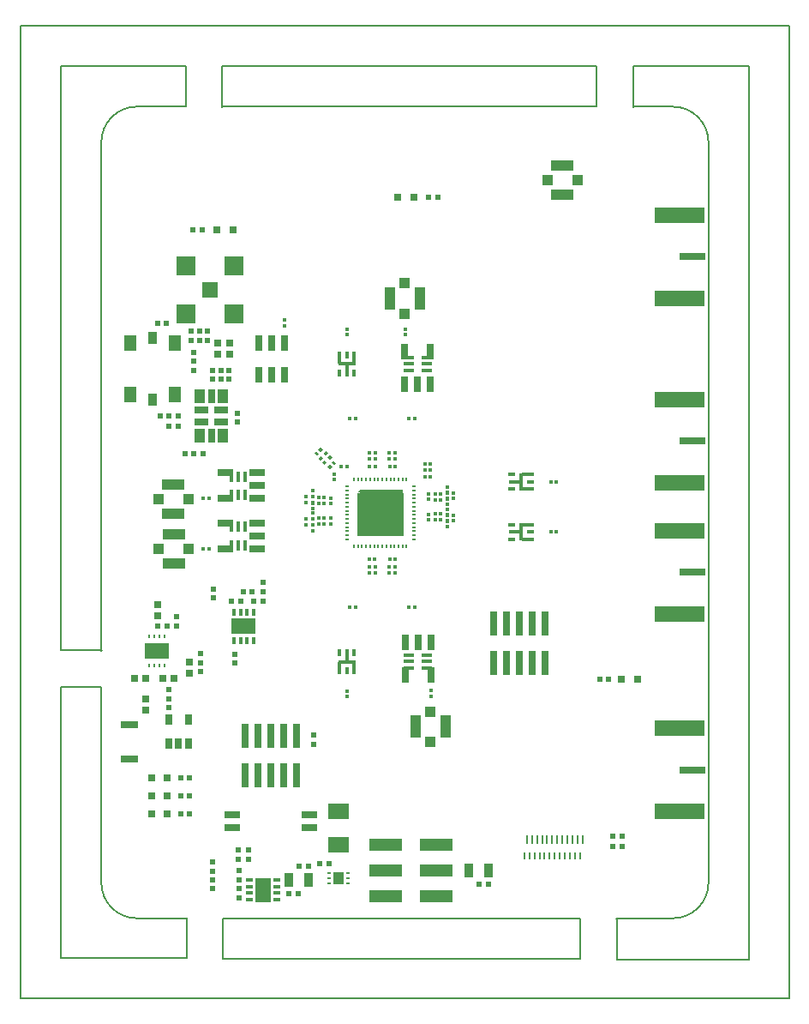
<source format=gtp>
G04 #@! TF.FileFunction,Paste,Top*
%FSLAX46Y46*%
G04 Gerber Fmt 4.6, Leading zero omitted, Abs format (unit mm)*
G04 Created by KiCad (PCBNEW 4.0.7-e2-6376~61~ubuntu18.04.1) date Mon Jul 28 12:50:59 2025*
%MOMM*%
%LPD*%
G01*
G04 APERTURE LIST*
%ADD10C,0.150000*%
%ADD11C,0.200000*%
%ADD12R,0.270000X0.900000*%
%ADD13R,0.270000X0.800000*%
%ADD14R,0.740000X2.400000*%
%ADD15R,1.910000X1.910000*%
%ADD16R,1.520000X1.520000*%
%ADD17R,2.200000X1.000000*%
%ADD18R,1.000000X1.000000*%
%ADD19R,1.000000X1.350000*%
%ADD20R,0.700000X1.350000*%
%ADD21R,1.350000X0.700000*%
%ADD22R,0.495300X0.495300*%
%ADD23R,0.797560X0.797560*%
%ADD24R,0.899160X1.399540*%
%ADD25R,3.200400X1.270000*%
%ADD26R,0.700000X1.000000*%
%ADD27R,0.797560X0.698500*%
%ADD28R,0.698500X0.797560*%
%ADD29C,0.150000*%
%ADD30R,0.150000X0.300000*%
%ADD31R,2.340000X1.500000*%
%ADD32R,0.330000X0.260000*%
%ADD33R,1.050000X1.200000*%
%ADD34R,2.032000X1.524000*%
%ADD35R,1.600000X2.350000*%
%ADD36R,0.650000X0.300000*%
%ADD37R,2.350000X1.600000*%
%ADD38R,0.300000X0.650000*%
%ADD39R,1.198880X1.501140*%
%ADD40R,0.900000X1.200000*%
%ADD41R,1.700000X0.800000*%
%ADD42R,1.501140X0.759460*%
%ADD43R,1.000000X2.200000*%
%ADD44R,5.000000X1.496060*%
%ADD45R,2.500000X0.698500*%
%ADD46R,0.300000X0.350000*%
%ADD47R,0.350000X0.300000*%
%ADD48O,0.400000X0.200000*%
%ADD49R,0.200000X0.200000*%
%ADD50O,0.200000X0.400000*%
%ADD51R,4.600000X4.300000*%
%ADD52R,4.300000X0.300000*%
%ADD53R,0.760000X1.650000*%
%ADD54R,1.780000X0.410000*%
%ADD55R,0.360000X0.710000*%
%ADD56R,0.360000X1.270000*%
%ADD57R,1.000000X0.350000*%
%ADD58R,0.759460X1.648460*%
%ADD59R,0.410000X1.780000*%
%ADD60R,0.710000X0.360000*%
%ADD61R,1.270000X0.360000*%
%ADD62R,0.350000X1.000000*%
%ADD63R,1.648460X0.759460*%
G04 APERTURE END LIST*
D10*
D11*
X103057960Y-146451320D02*
X103080820Y-146451320D01*
X103057960Y-50419000D02*
X103057960Y-146451320D01*
X103060500Y-50416460D02*
X103060500Y-50449480D01*
X178968400Y-50416460D02*
X103060500Y-50416460D01*
X178968400Y-50464720D02*
X178968400Y-50416460D01*
X178968400Y-146451320D02*
X178968400Y-50464720D01*
X103060500Y-146451320D02*
X178968400Y-146451320D01*
X174990760Y-59098180D02*
X175021240Y-59098180D01*
X174980600Y-135610600D02*
X175011080Y-135610600D01*
X109440980Y-146453860D02*
X109440980Y-146423380D01*
X103024940Y-135171180D02*
X103055420Y-135171180D01*
X103035100Y-58658760D02*
X103065580Y-58658760D01*
X173918880Y-50416460D02*
X173918880Y-50446940D01*
X112339120Y-50391060D02*
X112339120Y-50421540D01*
X107020360Y-115686840D02*
X107015280Y-115686840D01*
X107020360Y-142471140D02*
X107020360Y-115686840D01*
X119473980Y-142471140D02*
X107020360Y-142471140D01*
X107015280Y-115686840D02*
X107015280Y-142311120D01*
X107035600Y-112087660D02*
X107027980Y-112087660D01*
X107035600Y-54394100D02*
X107035600Y-112087660D01*
X119402860Y-54394100D02*
X107035600Y-54394100D01*
X122989340Y-54394100D02*
X122989340Y-54424580D01*
X159984440Y-54394100D02*
X122989340Y-54394100D01*
X163581080Y-54416960D02*
X163581080Y-54432200D01*
X174983140Y-54416960D02*
X163581080Y-54416960D01*
X174983140Y-142575280D02*
X174983140Y-54416960D01*
X174983140Y-142580360D02*
X161945320Y-142580360D01*
X174983140Y-134713980D02*
X174983140Y-142580360D01*
X123068080Y-142476220D02*
X123068080Y-142483840D01*
X158335980Y-142519400D02*
X123070620Y-142519400D01*
X161932620Y-138523980D02*
X161932620Y-138529060D01*
X167510460Y-138523980D02*
X161932620Y-138523980D01*
X122994420Y-58392060D02*
X122994420Y-58397140D01*
X159989520Y-58392060D02*
X122994420Y-58392060D01*
X163586160Y-58402220D02*
X163586160Y-58392060D01*
X167497760Y-58402220D02*
X163586160Y-58402220D01*
X119402860Y-58397140D02*
X114523520Y-58397140D01*
X119473980Y-138523980D02*
X119473980Y-138526520D01*
X114551460Y-138523980D02*
X119473980Y-138523980D01*
X161948640Y-142583520D02*
X161948640Y-138583520D01*
X158334220Y-142517480D02*
X158334220Y-138517480D01*
X158335980Y-138529060D02*
X137594340Y-138529060D01*
X161935160Y-138526520D02*
X161935160Y-138529060D01*
X159985220Y-58395220D02*
X159985220Y-54395220D01*
X163581860Y-58423160D02*
X163581860Y-54423160D01*
X163583620Y-58394600D02*
X163583620Y-58392060D01*
X123070620Y-138521440D02*
X123070620Y-138523980D01*
X151724360Y-138521440D02*
X123070620Y-138521440D01*
X111031020Y-115684300D02*
X111036100Y-115684300D01*
X111031020Y-135016240D02*
X111031020Y-115684300D01*
X111033560Y-112097820D02*
X111036100Y-112097820D01*
X111033560Y-61899800D02*
X111033560Y-112097820D01*
X122996960Y-58399680D02*
X122996960Y-58397140D01*
X111055770Y-112088150D02*
X107055770Y-112088150D01*
X111010050Y-115687330D02*
X107010050Y-115687330D01*
X119469680Y-142471760D02*
X119469680Y-138471760D01*
X123068860Y-142517480D02*
X123068860Y-138517480D01*
X122990120Y-58413000D02*
X122990120Y-54413000D01*
X119398560Y-58400300D02*
X119398560Y-54400300D01*
X111031830Y-135023010D02*
G75*
G03X114534130Y-138520710I3500000J2300D01*
G01*
X167515960Y-138521900D02*
G75*
G03X171013660Y-135019600I-2300J3500000D01*
G01*
X114530720Y-58399220D02*
G75*
G03X111033020Y-61901520I2300J-3500000D01*
G01*
X171011040Y-61899380D02*
G75*
G03X167508740Y-58401680I-3500000J-2300D01*
G01*
X171013120Y-61905020D02*
X171013120Y-135000000D01*
D12*
X153075000Y-130800000D03*
D13*
X158325000Y-132400000D03*
D12*
X153575000Y-130800000D03*
X154075000Y-130800000D03*
X154575000Y-130800000D03*
X155075000Y-130800000D03*
X155575000Y-130800000D03*
X156075000Y-130800000D03*
X156575000Y-130800000D03*
X157075000Y-130800000D03*
X157575000Y-130800000D03*
X158075000Y-130800000D03*
X158575000Y-130800000D03*
D13*
X157825000Y-132400000D03*
X157325000Y-132400000D03*
X156825000Y-132400000D03*
X156325000Y-132400000D03*
X155825000Y-132400000D03*
X155325000Y-132400000D03*
X154825000Y-132400000D03*
X154325000Y-132400000D03*
X153825000Y-132400000D03*
X153325000Y-132400000D03*
X152825000Y-132400000D03*
D14*
X130324860Y-120500860D03*
X130324860Y-124400860D03*
X129054860Y-120500860D03*
X129054860Y-124400860D03*
X127784860Y-120500860D03*
X127784860Y-124400860D03*
X126514860Y-120500860D03*
X126514860Y-124400860D03*
X125244860Y-120500860D03*
X125244860Y-124400860D03*
D15*
X124106200Y-78843200D03*
X124106200Y-74103200D03*
D16*
X121736200Y-76473200D03*
D15*
X119366200Y-74103200D03*
X119366200Y-78843200D03*
D17*
X156590000Y-67080000D03*
X156590000Y-64180000D03*
D18*
X158090000Y-65630000D03*
X155090000Y-65630000D03*
D19*
X120760820Y-90869620D03*
X120760820Y-87019620D03*
X123060820Y-90869620D03*
X123060820Y-87019620D03*
D20*
X121910820Y-90869620D03*
D21*
X120935820Y-89544620D03*
X120935820Y-88344620D03*
X122885820Y-88335020D03*
X122885820Y-89544620D03*
D20*
X121915900Y-87019620D03*
D22*
X160260820Y-114895060D03*
X161159980Y-114895060D03*
D23*
X164035580Y-114903340D03*
X162435380Y-114903340D03*
D24*
X149262500Y-133780000D03*
X147357500Y-133780000D03*
D22*
X149249580Y-135130000D03*
X148350420Y-135130000D03*
X161550420Y-131400000D03*
X162449580Y-131400000D03*
X161550420Y-130400000D03*
X162449580Y-130400000D03*
X119765980Y-124678800D03*
X118866820Y-124678800D03*
X119765980Y-128228800D03*
X118866820Y-128228800D03*
X119765980Y-126478800D03*
X118866820Y-126478800D03*
D25*
X144129200Y-136331400D03*
X144129200Y-133791400D03*
X144129200Y-131251400D03*
X139127940Y-136331400D03*
X139127940Y-133791400D03*
X139127940Y-131251400D03*
D23*
X115966300Y-124678800D03*
X117566500Y-124678800D03*
X115966300Y-126478800D03*
X117566500Y-126478800D03*
X115966300Y-128228800D03*
X117566500Y-128228800D03*
D26*
X117710000Y-118890000D03*
X119610000Y-118890000D03*
X119610000Y-121290000D03*
X117710000Y-121290000D03*
X118660000Y-121290000D03*
D22*
X122100000Y-106000420D03*
X122100000Y-106899580D03*
X122026680Y-133896100D03*
X122026680Y-132996940D03*
X131463650Y-133390170D03*
X130564490Y-133390170D03*
X124609070Y-135625590D03*
X124609070Y-136524750D03*
X122026680Y-134719060D03*
X122026680Y-135618220D03*
X125927250Y-106273430D03*
X125028090Y-106273430D03*
X117711570Y-116843090D03*
X117711570Y-117742250D03*
X117711570Y-116842250D03*
X117711570Y-115943090D03*
X120791570Y-113278090D03*
X120791570Y-114177250D03*
X120791570Y-113277250D03*
X120791570Y-112378090D03*
X118450000Y-108770420D03*
X118450000Y-109669580D03*
X116620420Y-109670000D03*
X117519580Y-109670000D03*
X126972670Y-106283010D03*
X126972670Y-105383850D03*
X124792250Y-107258430D03*
X123893090Y-107258430D03*
X129554490Y-136075170D03*
X130453650Y-136075170D03*
X124619070Y-134734750D03*
X124619070Y-133835590D03*
X126073090Y-107248430D03*
X126972250Y-107248430D03*
D27*
X116620000Y-107593900D03*
X116620000Y-108686100D03*
D28*
X118176100Y-114810000D03*
X117083900Y-114810000D03*
D27*
X119710000Y-113263900D03*
X119710000Y-114356100D03*
X115430000Y-116853900D03*
X115430000Y-117946100D03*
D28*
X115376100Y-114830000D03*
X114283900Y-114830000D03*
D24*
X131476570Y-134740170D03*
X129571570Y-134740170D03*
D29*
X116256570Y-110882670D03*
D30*
X116256570Y-110682670D03*
X115756570Y-110682670D03*
D29*
X115756570Y-110882670D03*
X116756570Y-110882670D03*
D30*
X116756570Y-110682670D03*
X117256570Y-110682670D03*
D29*
X117256570Y-110882670D03*
X117256570Y-113332670D03*
D30*
X117256570Y-113532670D03*
X116756570Y-113532670D03*
D29*
X116756570Y-113332670D03*
X115756570Y-113332670D03*
D30*
X115756570Y-113532670D03*
X116256570Y-113532670D03*
D29*
X116256570Y-113332670D03*
D31*
X116506570Y-112107670D03*
D32*
X135390000Y-135065000D03*
X135390000Y-134565000D03*
X135390000Y-134065000D03*
X133520000Y-134065000D03*
X133520000Y-134565000D03*
X133520000Y-135065000D03*
D33*
X134455000Y-134565000D03*
D34*
X134460000Y-131241000D03*
X134460000Y-127939000D03*
D35*
X127024070Y-135715170D03*
D36*
X128399070Y-136040170D03*
X128399070Y-135390170D03*
X128399070Y-134740170D03*
X128399070Y-136690650D03*
X125649070Y-136690650D03*
X125649070Y-134739930D03*
X125649070Y-135390170D03*
X125649070Y-136040170D03*
D37*
X125107670Y-109708430D03*
D38*
X124782670Y-111083430D03*
X125432670Y-111083430D03*
X126082670Y-111083430D03*
X124132190Y-111083430D03*
X124132190Y-108333430D03*
X126082910Y-108333430D03*
X125432670Y-108333430D03*
X124782670Y-108333430D03*
D39*
X113906180Y-86799620D03*
X113906180Y-81719620D03*
X118305460Y-81719620D03*
X118305460Y-86799620D03*
D40*
X116105820Y-81209620D03*
X116105820Y-87309620D03*
D27*
X123690000Y-82796100D03*
X123690000Y-81703900D03*
X122540000Y-82816100D03*
X122540000Y-81723900D03*
D22*
X117482620Y-79799180D03*
X116583460Y-79799180D03*
X119895820Y-81484200D03*
X119895820Y-80585040D03*
X121550820Y-80585040D03*
X121550820Y-81484200D03*
X120715820Y-80585040D03*
X120715820Y-81484200D03*
X120135820Y-83539200D03*
X120135820Y-82640040D03*
X123630820Y-85329200D03*
X123630820Y-84430040D03*
X122830820Y-84430040D03*
X122830820Y-85329200D03*
X122030820Y-84430040D03*
X122030820Y-85329200D03*
X119273740Y-92627120D03*
X120172900Y-92627120D03*
X117725400Y-88959620D03*
X116826240Y-88959620D03*
X121072900Y-92622120D03*
X120173740Y-92622120D03*
X124495820Y-89544200D03*
X124495820Y-88645040D03*
X117726240Y-88959620D03*
X118625400Y-88959620D03*
X120135820Y-84439200D03*
X120135820Y-83540040D03*
X118615400Y-89964620D03*
X117716240Y-89964620D03*
X144249640Y-67314860D03*
X143350480Y-67314860D03*
D23*
X140299900Y-67320000D03*
X141900100Y-67320000D03*
D22*
X124600000Y-131800420D03*
X124600000Y-132699580D03*
X125540000Y-131800420D03*
X125540000Y-132699580D03*
D41*
X113817400Y-122832600D03*
X113817400Y-119432600D03*
D42*
X131590000Y-129580000D03*
X131590000Y-128310000D03*
X123990320Y-128310000D03*
X123990320Y-129580000D03*
D17*
X118181120Y-100602120D03*
X118181120Y-103502120D03*
D18*
X116681120Y-102052120D03*
X119681120Y-102052120D03*
D43*
X142473340Y-77320140D03*
X139573340Y-77320140D03*
D18*
X141023340Y-75820140D03*
X141023340Y-78820140D03*
D43*
X142113340Y-119616220D03*
X145013340Y-119616220D03*
D18*
X143563340Y-121116220D03*
X143563340Y-118116220D03*
D44*
X168201340Y-69092640D03*
X168201340Y-77292640D03*
D45*
X169451340Y-73192640D03*
D17*
X118160800Y-95677060D03*
X118160800Y-98577060D03*
D18*
X116660800Y-97127060D03*
X119660800Y-97127060D03*
D46*
X140065900Y-93967840D03*
X139515900Y-93967840D03*
D47*
X140075380Y-93148100D03*
X140075380Y-92598100D03*
X139486100Y-93143020D03*
X139486100Y-92593020D03*
D46*
X138064380Y-93962760D03*
X137514380Y-93962760D03*
D47*
X138089100Y-93145560D03*
X138089100Y-92595560D03*
X137492200Y-93148100D03*
X137492200Y-92598100D03*
D10*
G36*
X132321784Y-92837624D02*
X132074296Y-92590136D01*
X132286428Y-92378004D01*
X132533916Y-92625492D01*
X132321784Y-92837624D01*
X132321784Y-92837624D01*
G37*
G36*
X132710692Y-92448716D02*
X132463204Y-92201228D01*
X132675336Y-91989096D01*
X132922824Y-92236584D01*
X132710692Y-92448716D01*
X132710692Y-92448716D01*
G37*
G36*
X133306364Y-93507076D02*
X133058876Y-93754564D01*
X132846744Y-93542432D01*
X133094232Y-93294944D01*
X133306364Y-93507076D01*
X133306364Y-93507076D01*
G37*
G36*
X132917456Y-93118168D02*
X132669968Y-93365656D01*
X132457836Y-93153524D01*
X132705324Y-92906036D01*
X132917456Y-93118168D01*
X132917456Y-93118168D01*
G37*
G36*
X133837224Y-92971136D02*
X133589736Y-93218624D01*
X133377604Y-93006492D01*
X133625092Y-92759004D01*
X133837224Y-92971136D01*
X133837224Y-92971136D01*
G37*
G36*
X133448316Y-92582228D02*
X133200828Y-92829716D01*
X132988696Y-92617584D01*
X133236184Y-92370096D01*
X133448316Y-92582228D01*
X133448316Y-92582228D01*
G37*
G36*
X133642584Y-94155884D02*
X133395096Y-93908396D01*
X133607228Y-93696264D01*
X133854716Y-93943752D01*
X133642584Y-94155884D01*
X133642584Y-94155884D01*
G37*
G36*
X134031492Y-93766976D02*
X133784004Y-93519488D01*
X133996136Y-93307356D01*
X134243624Y-93554844D01*
X134031492Y-93766976D01*
X134031492Y-93766976D01*
G37*
D47*
X134040340Y-94688520D03*
X134040340Y-95238520D03*
D46*
X134730540Y-93962760D03*
X135280540Y-93962760D03*
X141991220Y-89205340D03*
X141441220Y-89205340D03*
X136136520Y-89205340D03*
X135586520Y-89205340D03*
D48*
X135286460Y-95902360D03*
X135286460Y-96302360D03*
X135286460Y-96702360D03*
X135286460Y-97102360D03*
X135286460Y-97502360D03*
X135286460Y-97902360D03*
X135286460Y-98302360D03*
X135286460Y-98702360D03*
X135286460Y-99102360D03*
X135286460Y-99502360D03*
X135286460Y-99902360D03*
X135286460Y-100302360D03*
X135286460Y-100702360D03*
X135286460Y-101102360D03*
D49*
X135186460Y-95902360D03*
X135186460Y-96302360D03*
X135186460Y-96702360D03*
X135186460Y-97102360D03*
X135186460Y-97502360D03*
X135186460Y-97902360D03*
X135186460Y-98302360D03*
X135186460Y-98702360D03*
X135186460Y-99102360D03*
X135186460Y-99502360D03*
X135186460Y-99902360D03*
X135186460Y-100302360D03*
X135186460Y-100702360D03*
X135186460Y-101102360D03*
X135986460Y-101902360D03*
X136386460Y-101902360D03*
X136786460Y-101902360D03*
X137186460Y-101902360D03*
X137586460Y-101902360D03*
X137986460Y-101902360D03*
X138386460Y-101902360D03*
X138786460Y-101902360D03*
X139186460Y-101902360D03*
X139586460Y-101902360D03*
X139986460Y-101902360D03*
X140386460Y-101902360D03*
X140786460Y-101902360D03*
X141186460Y-101902360D03*
X141986460Y-101102360D03*
X141986460Y-100702360D03*
X141986460Y-100302360D03*
X141986460Y-99902360D03*
X141986460Y-99502360D03*
X141986460Y-99102360D03*
X141986460Y-98702360D03*
X141986460Y-98302360D03*
X141986460Y-97902360D03*
X141986460Y-97502360D03*
X141986460Y-97102360D03*
X141986460Y-96702360D03*
X141986460Y-96302360D03*
X141986460Y-95902360D03*
X141186460Y-95102360D03*
X140786460Y-95102360D03*
X140386460Y-95102360D03*
X139986460Y-95102360D03*
X139586460Y-95102360D03*
X139186460Y-95102360D03*
X138786460Y-95102360D03*
X138386460Y-95102360D03*
X137986460Y-95102360D03*
X137586460Y-95102360D03*
X137186460Y-95102360D03*
X136786460Y-95102360D03*
X136386460Y-95102360D03*
X135986460Y-95102360D03*
D50*
X135986460Y-101802360D03*
X136386460Y-101802360D03*
X136786460Y-101802360D03*
X137186460Y-101802360D03*
X137586460Y-101802360D03*
X137986460Y-101802360D03*
X138386460Y-101802360D03*
X138786460Y-101802360D03*
X139186460Y-101802360D03*
X139586460Y-101802360D03*
X139986460Y-101802360D03*
X140386460Y-101802360D03*
X140786460Y-101802360D03*
X141186460Y-101802360D03*
D48*
X141886460Y-101102360D03*
X141886460Y-100702360D03*
X141886460Y-100302360D03*
X141886460Y-99902360D03*
X141886460Y-99502360D03*
X141886460Y-99102360D03*
X141886460Y-98702360D03*
X141886460Y-98302360D03*
X141886460Y-97902360D03*
X141886460Y-97502360D03*
X141886460Y-97102360D03*
X141886460Y-96702360D03*
X141886460Y-96302360D03*
X141886460Y-95902360D03*
D50*
X141186460Y-95202360D03*
X140786460Y-95202360D03*
X140386460Y-95202360D03*
X139986460Y-95202360D03*
X139586460Y-95202360D03*
X139186460Y-95202360D03*
X138786460Y-95202360D03*
X138386460Y-95202360D03*
X137986460Y-95202360D03*
X137586460Y-95202360D03*
X137186460Y-95202360D03*
X136786460Y-95202360D03*
X136386460Y-95202360D03*
X135986460Y-95202360D03*
D51*
X138586460Y-98652360D03*
D52*
X138736460Y-96352360D03*
D10*
G36*
X136286460Y-96502360D02*
X136586460Y-96202360D01*
X136786460Y-96202360D01*
X137086460Y-96502360D01*
X136286460Y-96502360D01*
X136286460Y-96502360D01*
G37*
D47*
X131886460Y-99127360D03*
X131886460Y-99677360D03*
X131886460Y-96927360D03*
X131886460Y-97477360D03*
D46*
X143561460Y-94302360D03*
X143011460Y-94302360D03*
X143561460Y-94902360D03*
X143011460Y-94902360D03*
X143561460Y-93702360D03*
X143011460Y-93702360D03*
D47*
X131286460Y-99677360D03*
X131286460Y-99127360D03*
X131886460Y-99727360D03*
X131886460Y-100277360D03*
X131886460Y-98527360D03*
X131886460Y-99077360D03*
D46*
X132511460Y-99602360D03*
X133061460Y-99602360D03*
X132511460Y-99002360D03*
X133061460Y-99002360D03*
D47*
X133686460Y-99027360D03*
X133686460Y-99577360D03*
X131286460Y-97477360D03*
X131286460Y-96927360D03*
X131886460Y-97527360D03*
X131886460Y-98077360D03*
X131886460Y-96327360D03*
X131886460Y-96877360D03*
D46*
X132511460Y-97602360D03*
X133061460Y-97602360D03*
X132511460Y-97002360D03*
X133061460Y-97002360D03*
D47*
X133686460Y-97027360D03*
X133686460Y-97577360D03*
D53*
X129150840Y-84902540D03*
X126610840Y-84902540D03*
X129150840Y-81722540D03*
X126610840Y-81722540D03*
X127880840Y-81722540D03*
X127880840Y-84902540D03*
D47*
X129153380Y-79456140D03*
X129153380Y-80006140D03*
D46*
X139508280Y-103040720D03*
X140058280Y-103040720D03*
X141436140Y-107798140D03*
X141986140Y-107798140D03*
X137506760Y-103035640D03*
X138056760Y-103035640D03*
D47*
X138086560Y-103860460D03*
X138086560Y-104410460D03*
X137497280Y-103855380D03*
X137497280Y-104405380D03*
X139483560Y-103857920D03*
X139483560Y-104407920D03*
X140080460Y-103855380D03*
X140080460Y-104405380D03*
X145185860Y-96472960D03*
X145185860Y-95922960D03*
X145188400Y-97676920D03*
X145188400Y-97126920D03*
D46*
X144561700Y-96604360D03*
X144011700Y-96604360D03*
D47*
X145188400Y-97077480D03*
X145188400Y-96527480D03*
X145188400Y-99279660D03*
X145188400Y-98729660D03*
X145787840Y-96527480D03*
X145787840Y-97077480D03*
D46*
X144561700Y-97203800D03*
X144011700Y-97203800D03*
D47*
X143387540Y-97179080D03*
X143387540Y-96629080D03*
D46*
X144014240Y-99202780D03*
X144564240Y-99202780D03*
D47*
X143387540Y-99178060D03*
X143387540Y-98628060D03*
D46*
X144014240Y-98603340D03*
X144564240Y-98603340D03*
D47*
X145188400Y-99879100D03*
X145188400Y-99329100D03*
X145188400Y-98677680D03*
X145188400Y-98127680D03*
X145790380Y-98727120D03*
X145790380Y-99277120D03*
D54*
X135288820Y-113198680D03*
D55*
X135998820Y-112283680D03*
D56*
X135288820Y-112563680D03*
D55*
X134578820Y-112283680D03*
D56*
X134578820Y-113833680D03*
D55*
X135288820Y-114113680D03*
D56*
X135998820Y-113833680D03*
D47*
X141032560Y-80903220D03*
X141032560Y-80353220D03*
D57*
X141388260Y-83134440D03*
X141388260Y-83784440D03*
X141388260Y-84434440D03*
X143188260Y-84434440D03*
X143188260Y-83784440D03*
X143188260Y-83134440D03*
D47*
X135285240Y-80920160D03*
X135285240Y-80370160D03*
D58*
X143557380Y-85765300D03*
X142287380Y-85765300D03*
X141017380Y-85765300D03*
X141017380Y-82587760D03*
X143557380Y-82587760D03*
D54*
X135292630Y-83797010D03*
D55*
X134582630Y-84712010D03*
D56*
X135292630Y-84432010D03*
D55*
X136002630Y-84712010D03*
D56*
X136002630Y-83162010D03*
D55*
X135292630Y-82882010D03*
D56*
X134582630Y-83162010D03*
D44*
X168201340Y-87299360D03*
X168201340Y-95499360D03*
D45*
X169451340Y-91399360D03*
D46*
X155987160Y-95422720D03*
X155437160Y-95422720D03*
D59*
X152499870Y-95419370D03*
D60*
X151584870Y-94709370D03*
D61*
X151864870Y-95419370D03*
D60*
X151584870Y-96129370D03*
D61*
X153134870Y-96129370D03*
D60*
X153414870Y-95419370D03*
D61*
X153134870Y-94709370D03*
D59*
X152511760Y-100390960D03*
D60*
X151596760Y-99680960D03*
D61*
X151876760Y-100390960D03*
D60*
X151596760Y-101100960D03*
D61*
X153146760Y-101100960D03*
D60*
X153426760Y-100390960D03*
D61*
X153146760Y-99680960D03*
D46*
X155974460Y-100390960D03*
X155424460Y-100390960D03*
D44*
X168191180Y-100278760D03*
X168191180Y-108478760D03*
D45*
X169441180Y-104378760D03*
D47*
X143569940Y-116065160D03*
X143569940Y-116615160D03*
X135293100Y-116077320D03*
X135293100Y-116627320D03*
D46*
X141436140Y-107800680D03*
X141986140Y-107800680D03*
D44*
X168198800Y-119780880D03*
X168198800Y-127980880D03*
D45*
X169448800Y-123880880D03*
D57*
X143190800Y-113832400D03*
X143190800Y-113182400D03*
X143190800Y-112532400D03*
X141390800Y-112532400D03*
X141390800Y-113182400D03*
X141390800Y-113832400D03*
D58*
X141026750Y-111297810D03*
X142296750Y-111297810D03*
X143566750Y-111297810D03*
X143566750Y-114475350D03*
X141026750Y-114475350D03*
D46*
X121088740Y-102054660D03*
X121638740Y-102054660D03*
D62*
X123899440Y-101686660D03*
X124549440Y-101686660D03*
X125199440Y-101686660D03*
X125199440Y-99886660D03*
X124549440Y-99886660D03*
X123899440Y-99886660D03*
D63*
X126436860Y-99515540D03*
X126436860Y-100785540D03*
X126436860Y-102055540D03*
X123259320Y-102055540D03*
X123259320Y-99515540D03*
D46*
X121102800Y-97098460D03*
X121652800Y-97098460D03*
D62*
X123894360Y-96726040D03*
X124544360Y-96726040D03*
X125194360Y-96726040D03*
X125194360Y-94926040D03*
X124544360Y-94926040D03*
X123894360Y-94926040D03*
D63*
X126429240Y-94554920D03*
X126429240Y-95824920D03*
X126429240Y-97094920D03*
X123251700Y-97094920D03*
X123251700Y-94554920D03*
D22*
X120080000Y-70525340D03*
X120979160Y-70525340D03*
D23*
X124042400Y-70525340D03*
X122442200Y-70525340D03*
D14*
X154890000Y-109420000D03*
X154890000Y-113320000D03*
X153620000Y-109420000D03*
X153620000Y-113320000D03*
X152350000Y-109420000D03*
X152350000Y-113320000D03*
X151080000Y-109420000D03*
X151080000Y-113320000D03*
X149810000Y-109420000D03*
X149810000Y-113320000D03*
D22*
X124220000Y-113349580D03*
X124220000Y-112450420D03*
X133517640Y-133121400D03*
X132618480Y-133121400D03*
X132016500Y-120446800D03*
X132016500Y-121345960D03*
D46*
X135585000Y-107800000D03*
X136135000Y-107800000D03*
M02*

</source>
